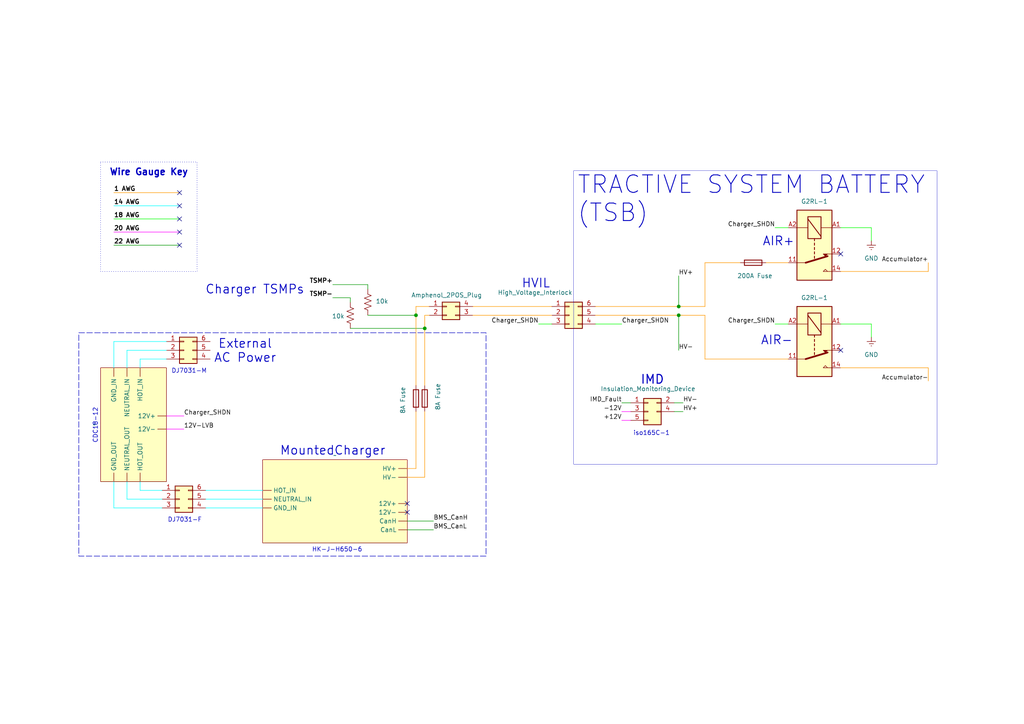
<source format=kicad_sch>
(kicad_sch (version 20250114) (generator "eeschema") (generator_version "9.0")
  (paper "A4")
  (lib_symbols
    (symbol "Connector_Generic:Conn_02x02_Counter_Clockwise" (pin_names (offset 1.016) (hide yes))
      (property "Reference" "J" (at 1.27 2.54 0))
      (property "Value" "Conn_02x02_Counter_Clockwise" (at 1.27 -5.08 0))
      (symbol "Conn_02x02_Counter_Clockwise_1_1"
        (rectangle (start -1.27 1.27) (end 3.81 -3.81) (stroke (width 0.254)) (fill (type background)))
        (rectangle (start -1.27 0.127) (end 0 -0.127) (stroke (width 0.1524)))
        (rectangle (start -1.27 -2.413) (end 0 -2.667) (stroke (width 0.1524)))
        (rectangle (start 3.81 0.127) (end 2.54 -0.127) (stroke (width 0.1524)))
        (rectangle (start 3.81 -2.413) (end 2.54 -2.667) (stroke (width 0.1524)))
        (pin passive line (at -5.08 0 0) (length 3.81) (name "Pin_1") (number "1"))
        (pin passive line (at -5.08 -2.54 0) (length 3.81) (name "Pin_2") (number "2"))
        (pin passive line (at 7.62 0 180) (length 3.81) (name "Pin_4") (number "4"))
        (pin passive line (at 7.62 -2.54 180) (length 3.81) (name "Pin_3") (number "3"))
      )
    )
    (symbol "Connector_Generic:Conn_02x03_Counter_Clockwise" (pin_names (offset 1.016) (hide yes))
      (property "Reference" "J" (at 1.27 5.08 0))
      (property "Value" "Conn_02x03_Counter_Clockwise" (at 1.27 -5.08 0))
      (symbol "Conn_02x03_Counter_Clockwise_1_1"
        (rectangle (start -1.27 3.81) (end 3.81 -3.81) (stroke (width 0.254)) (fill (type background)))
        (rectangle (start -1.27 2.667) (end 0 2.413) (stroke (width 0.1524)))
        (rectangle (start -1.27 0.127) (end 0 -0.127) (stroke (width 0.1524)))
        (rectangle (start -1.27 -2.413) (end 0 -2.667) (stroke (width 0.1524)))
        (rectangle (start 3.81 2.667) (end 2.54 2.413) (stroke (width 0.1524)))
        (rectangle (start 3.81 0.127) (end 2.54 -0.127) (stroke (width 0.1524)))
        (rectangle (start 3.81 -2.413) (end 2.54 -2.667) (stroke (width 0.1524)))
        (pin passive line (at -5.08 2.54 0) (length 3.81) (name "Pin_1") (number "1"))
        (pin passive line (at -5.08 0 0) (length 3.81) (name "Pin_2") (number "2"))
        (pin passive line (at -5.08 -2.54 0) (length 3.81) (name "Pin_3") (number "3"))
        (pin passive line (at 7.62 2.54 180) (length 3.81) (name "Pin_6") (number "6"))
        (pin passive line (at 7.62 0 180) (length 3.81) (name "Pin_5") (number "5"))
        (pin passive line (at 7.62 -2.54 180) (length 3.81) (name "Pin_4") (number "4"))
      )
    )
    (symbol "Connector_Generic:Conn_2Rows-05Pins" (pin_names (offset 1.016) (hide yes))
      (property "Reference" "J" (at 1.27 5.08 0))
      (property "Value" "Conn_2Rows-05Pins" (at 1.27 -5.08 0))
      (symbol "Conn_2Rows-05Pins_1_1"
        (rectangle (start -1.27 3.81) (end 3.81 -3.81) (stroke (width 0.254)) (fill (type background)))
        (rectangle (start -1.27 2.667) (end 0 2.413) (stroke (width 0.1524)))
        (rectangle (start -1.27 0.127) (end 0 -0.127) (stroke (width 0.1524)))
        (rectangle (start -1.27 -2.413) (end 0 -2.667) (stroke (width 0.1524)))
        (rectangle (start 3.81 2.667) (end 2.54 2.413) (stroke (width 0.1524)))
        (rectangle (start 3.81 0.127) (end 2.54 -0.127) (stroke (width 0.1524)))
        (pin passive line (at -5.08 2.54 0) (length 3.81) (name "Pin_1") (number "1"))
        (pin passive line (at -5.08 0 0) (length 3.81) (name "Pin_3") (number "3"))
        (pin passive line (at -5.08 -2.54 0) (length 3.81) (name "Pin_5") (number "5"))
        (pin passive line (at 7.62 2.54 180) (length 3.81) (name "Pin_2") (number "2"))
        (pin passive line (at 7.62 0 180) (length 3.81) (name "Pin_4") (number "4"))
      )
    )
    (symbol "Device:Fuse" (pin_numbers (hide yes)) (pin_names (offset 0))
      (property "Reference" "F" (at 2.032 0 90))
      (property "Value" "Fuse" (at -1.905 0 90))
      (symbol "Fuse_0_1"
        (rectangle (start -0.762 -2.54) (end 0.762 2.54) (stroke (width 0.254)))
        (polyline (pts (xy 0 2.54) (xy 0 -2.54)))
      )
      (symbol "Fuse_1_1"
        (pin passive line (at 0 3.81 270) (length 1.27) (name "~") (number "1"))
        (pin passive line (at 0 -3.81 90) (length 1.27) (name "~") (number "2"))
      )
    )
    (symbol "Device:R_US" (pin_numbers (hide yes)) (pin_names (offset 0))
      (property "Reference" "R" (at 2.54 0 90))
      (property "Value" "R_US" (at -2.54 0 90))
      (symbol "R_US_0_1"
        (polyline (pts (xy 0 2.286) (xy 0 2.54)))
        (polyline (pts (xy 0 2.286) (xy 1.016 1.905) (xy 0 1.524) (xy -1.016 1.143) (xy 0 0.762)))
        (polyline (pts (xy 0 0.762) (xy 1.016 0.381) (xy 0 0) (xy -1.016 -0.381) (xy 0 -0.762)))
        (polyline (pts (xy 0 -0.762) (xy 1.016 -1.143) (xy 0 -1.524) (xy -1.016 -1.905) (xy 0 -2.286)))
        (polyline (pts (xy 0 -2.286) (xy 0 -2.54)))
      )
      (symbol "R_US_1_1"
        (pin passive line (at 0 3.81 270) (length 1.27) (name "~") (number "1"))
        (pin passive line (at 0 -3.81 90) (length 1.27) (name "~") (number "2"))
      )
    )
    (symbol "New_Library:CDC18-12"
      (symbol "CDC18-12_1_1"
        (rectangle (start -16.51 13.97) (end 16.51 -5.08) (fill (type color) (color 255 255 194 1)))
        (pin input line (at -16.51 6.35 0) (length 2.54) (name "HOT_IN") (number ""))
        (pin input line (at -16.51 2.54 0) (length 2.54) (name "NEUTRAL_IN") (number ""))
        (pin input line (at -16.51 -1.27 0) (length 2.54) (name "GND_IN") (number ""))
        (pin input line (at -2.54 13.97 270) (length 2.54) (name "12V+") (number ""))
        (pin output line (at 1.27 13.97 270) (length 2.54) (name "12V-") (number ""))
        (pin output line (at 16.51 6.35 180) (length 2.54) (name "HOT_OUT") (number ""))
        (pin output line (at 16.51 2.54 180) (length 2.54) (name "NEUTRAL_OUT") (number ""))
        (pin output line (at 16.51 -1.27 180) (length 2.54) (name "GND_OUT") (number ""))
      )
    )
    (symbol "New_Library:ElCon_Charger"
      (symbol "ElCon_Charger_1_1"
        (rectangle (start -10.16 0) (end 31.75 -24.13) (fill (type color) (color 255 255 194 1)))
        (pin input line (at -10.16 -8.89 0) (length 2.54) (name "HOT_IN") (number ""))
        (pin input line (at -10.16 -11.43 0) (length 2.54) (name "NEUTRAL_IN") (number ""))
        (pin input line (at -10.16 -13.97 0) (length 2.54) (name "GND_IN") (number ""))
        (pin output line (at 31.75 -2.54 180) (length 2.54) (name "HV+") (number ""))
        (pin output line (at 31.75 -5.08 180) (length 2.54) (name "HV-") (number ""))
        (pin output line (at 31.75 -12.7 180) (length 2.54) (name "12V+") (number ""))
        (pin output line (at 31.75 -15.24 180) (length 2.54) (name "12V-") (number ""))
        (pin output line (at 31.75 -17.78 180) (length 2.54) (name "CanH") (number ""))
        (pin output line (at 31.75 -20.32 180) (length 2.54) (name "CanL") (number ""))
      )
    )
    (symbol "Relay:G2RL-1"
      (property "Reference" "K" (at 11.43 3.81 0))
      (property "Value" "G2RL-1" (at 11.43 1.27 0))
      (symbol "G2RL-1_0_0"
        (polyline (pts (xy 7.62 5.08) (xy 7.62 2.54) (xy 6.985 3.175) (xy 7.62 3.81)))
      )
      (symbol "G2RL-1_0_1"
        (rectangle (start -10.16 5.08) (end 10.16 -5.08) (stroke (width 0.254)) (fill (type background)))
        (rectangle (start -8.255 1.905) (end -1.905 -1.905) (stroke (width 0.254)))
        (polyline (pts (xy -7.62 -1.905) (xy -2.54 1.905)) (stroke (width 0.254)))
        (polyline (pts (xy -5.08 5.08) (xy -5.08 1.905)))
        (polyline (pts (xy -5.08 -5.08) (xy -5.08 -1.905)))
        (polyline (pts (xy -1.905 0) (xy -1.27 0)) (stroke (width 0.254)))
        (polyline (pts (xy -0.635 0) (xy 0 0)) (stroke (width 0.254)))
        (polyline (pts (xy 0.635 0) (xy 1.27 0)) (stroke (width 0.254)))
        (polyline (pts (xy 1.905 0) (xy 2.54 0)) (stroke (width 0.254)))
        (polyline (pts (xy 2.54 5.08) (xy 2.54 2.54) (xy 3.175 3.175) (xy 2.54 3.81)) (fill (type outline)))
        (polyline (pts (xy 3.175 0) (xy 3.81 0)) (stroke (width 0.254)))
        (polyline (pts (xy 5.08 -2.54) (xy 3.175 3.81)) (stroke (width 0.508)))
        (polyline (pts (xy 5.08 -2.54) (xy 5.08 -5.08)))
      )
      (symbol "G2RL-1_1_1"
        (pin passive line (at -5.08 7.62 270) (length 2.54) (name "~") (number "A1"))
        (pin passive line (at -5.08 -7.62 90) (length 2.54) (name "~") (number "A2"))
        (pin passive line (at 2.54 7.62 270) (length 2.54) (name "~") (number "12"))
        (pin passive line (at 5.08 -7.62 90) (length 2.54) (name "~") (number "11"))
        (pin passive line (at 7.62 7.62 270) (length 2.54) (name "~") (number "14"))
      )
    )
    (symbol "power:GNDREF" (power) (pin_numbers (hide yes)) (pin_names (offset 0) (hide yes))
      (property "Value" "GNDREF" (at 0 -3.81 0))
      (symbol "GNDREF_0_1"
        (polyline (pts (xy -0.635 -1.905) (xy 0.635 -1.905)))
        (polyline (pts (xy -0.127 -2.54) (xy 0.127 -2.54)))
        (polyline (pts (xy 0 -1.27) (xy 0 0)))
        (polyline (pts (xy 1.27 -1.27) (xy -1.27 -1.27)))
      )
      (symbol "GNDREF_1_1"
        (pin power_in line (at 0 0 270) (length 0) (name "~") (number "1"))
      )
    )
  )
  (rectangle (start 22.86 96.52) (end 140.97 161.29) (stroke (width 0) (type dash)))
  (text "CDC18-12" (at 27.686 123.444 90) (effects (font (size 1.27 1.27))))
  (text "Wire Gauge Key" (at 43.18 50.038 0) (effects (font (size 1.905 1.905) (thickness 0.381) (bold yes))))
  (text "iso165C-1" (at 188.976 125.73 0) (effects (font (size 1.27 1.27))))
  (text "AIR-" (at 225.298 98.806 0) (effects (font (size 2.54 2.54) (thickness 0.254) (bold yes))))
  (text "AIR+" (at 225.806 70.104 0) (effects (font (size 2.54 2.54) (thickness 0.254) (bold yes))))
  (text "DJ7031-M" (at 54.864 107.696 0) (effects (font (size 1.27 1.27))))
  (text "DJ7031-F" (at 53.594 150.876 0) (effects (font (size 1.27 1.27))))
  (text "MountedCharger" (at 96.52 130.81 0) (effects (font (size 2.54 2.54) (thickness 0.254) (bold yes))))
  (text "HVIL" (at 155.448 82.296 0) (effects (font (size 2.54 2.54) (thickness 0.254) (bold yes))))
  (text "Charger TSMPs" (at 73.914 84.074 0) (effects (font (size 2.54 2.54) (thickness 0.254) (bold yes))))
  (text "External\nAC Power" (at 71.12 101.854 0) (effects (font (size 2.54 2.54) (thickness 0.254) (bold yes))))
  (text "IMD" (at 189.23 110.236 0) (effects (font (size 2.54 2.54) (thickness 0.3175))))
  (text "HK-J-H650-6" (at 97.79 159.512 0) (effects (font (size 1.27 1.27))))
  (text_box "" (at 29.21 46.99 0) (size 27.94 31.75) (margins 0.9525 0.9525 0.9525 0.9525) (stroke (width 0) (type dot)) (fill (type color) (color 255 255 255 1)) (effects (font (size 1.27 1.27) (thickness 0.254) (bold yes)) (justify left top)))
  (text_box "TRACTIVE SYSTEM BATTERY (TSB)" (at 166.37 49.53 0) (size 105.41 85.09) (margins 0.9525 0.9525 0.9525 0.9525) (stroke (width 0.0508)) (fill (type color) (color 255 255 255 1)) (effects (font (size 5.08 5.08) (thickness 0.254) (bold yes)) (justify left top)))
  (junction (at 120.65 91.44))
  (junction (at 196.85 91.44))
  (junction (at 123.19 95.25))
  (junction (at 196.85 88.9))
  (no_connect (at 52.07 71.12))
  (no_connect (at 243.84 101.6))
  (no_connect (at 52.07 67.31))
  (no_connect (at 118.11 148.59))
  (no_connect (at 118.11 146.05))
  (no_connect (at 52.07 55.88))
  (no_connect (at 243.84 73.66))
  (no_connect (at 52.07 63.5))
  (no_connect (at 52.07 59.69))
  (wire (pts (xy 33.02 67.31) (xy 52.07 67.31)) (stroke (width 0) (color 255 0 255 1)))
  (wire (pts (xy 160.02 91.44) (xy 137.16 91.44)) (stroke (width 0) (color 255 153 0 1)))
  (wire (pts (xy 224.79 93.98) (xy 228.6 93.98)) (stroke (width 0) (color 0 255 0 1)))
  (wire (pts (xy 204.47 88.9) (xy 204.47 76.2)) (stroke (width 0) (color 255 153 0 1)))
  (wire (pts (xy 269.24 78.74) (xy 269.24 76.2)) (stroke (width 0) (color 255 153 0 1)))
  (wire (pts (xy 40.64 104.14) (xy 48.26 104.14)) (stroke (width 0) (color 0 255 255 1)))
  (wire (pts (xy 33.02 147.32) (xy 46.99 147.32)) (stroke (width 0) (color 0 255 255 1)))
  (wire (pts (xy 172.72 88.9) (xy 196.85 88.9)) (stroke (width 0) (color 255 153 0 1)))
  (wire (pts (xy 40.64 106.68) (xy 40.64 104.14)) (stroke (width 0) (color 0 255 255 1)))
  (wire (pts (xy 33.02 71.12) (xy 52.07 71.12)))
  (wire (pts (xy 118.11 138.43) (xy 123.19 138.43)) (stroke (width 0) (color 255 153 0 1)))
  (wire (pts (xy 33.02 106.68) (xy 33.02 99.06)) (stroke (width 0) (color 0 255 255 1)))
  (wire (pts (xy 172.72 91.44) (xy 196.85 91.44)) (stroke (width 0) (color 255 153 0 1)))
  (wire (pts (xy 224.79 66.04) (xy 228.6 66.04)) (stroke (width 0) (color 0 255 0 1)))
  (wire (pts (xy 96.52 82.55) (xy 106.68 82.55)))
  (wire (pts (xy 118.11 151.13) (xy 125.73 151.13)))
  (wire (pts (xy 36.83 144.78) (xy 46.99 144.78)) (stroke (width 0) (color 0 255 255 1)))
  (wire (pts (xy 182.88 121.92) (xy 180.34 121.92)) (stroke (width 0) (color 255 0 255 1)))
  (wire (pts (xy 36.83 144.78) (xy 36.83 139.7)) (stroke (width 0) (color 0 255 255 1)))
  (wire (pts (xy 48.26 120.65) (xy 53.34 120.65)) (stroke (width 0) (color 255 0 255 1)))
  (wire (pts (xy 33.02 63.5) (xy 52.07 63.5)) (stroke (width 0) (color 0 255 0 1)))
  (wire (pts (xy 118.11 135.89) (xy 120.65 135.89)) (stroke (width 0) (color 255 153 0 1)))
  (wire (pts (xy 160.02 88.9) (xy 137.16 88.9)) (stroke (width 0) (color 255 153 0 1)))
  (wire (pts (xy 252.73 93.98) (xy 252.73 97.79)) (stroke (width 0) (color 0 255 0 1)))
  (wire (pts (xy 198.12 116.84) (xy 195.58 116.84)))
  (wire (pts (xy 36.83 106.68) (xy 36.83 101.6)) (stroke (width 0) (color 0 255 255 1)))
  (wire (pts (xy 120.65 88.9) (xy 124.46 88.9)) (stroke (width 0) (color 255 153 0 1)))
  (wire (pts (xy 120.65 119.38) (xy 120.65 135.89)) (stroke (width 0) (color 255 153 0 1)))
  (wire (pts (xy 123.19 119.38) (xy 123.19 138.43)) (stroke (width 0) (color 255 153 0 1)))
  (wire (pts (xy 182.88 116.84) (xy 180.34 116.84)))
  (wire (pts (xy 59.69 147.32) (xy 76.2 147.32)) (stroke (width 0) (color 0 255 255 1)))
  (wire (pts (xy 243.84 78.74) (xy 269.24 78.74)) (stroke (width 0) (color 255 153 0 1)))
  (wire (pts (xy 101.6 95.25) (xy 123.19 95.25)))
  (wire (pts (xy 172.72 93.98) (xy 180.34 93.98)) (stroke (width 0) (color 0 255 0 1)))
  (wire (pts (xy 196.85 88.9) (xy 204.47 88.9)) (stroke (width 0) (color 255 153 0 1)))
  (wire (pts (xy 243.84 93.98) (xy 252.73 93.98)) (stroke (width 0) (color 0 255 0 1)))
  (wire (pts (xy 48.26 124.46) (xy 53.34 124.46)) (stroke (width 0) (color 255 0 255 1)))
  (wire (pts (xy 123.19 95.25) (xy 123.19 111.76)) (stroke (width 0) (color 255 153 0 1)))
  (wire (pts (xy 106.68 91.44) (xy 120.65 91.44)))
  (wire (pts (xy 156.21 93.98) (xy 160.02 93.98)) (stroke (width 0) (color 0 255 0 1)))
  (wire (pts (xy 222.25 76.2) (xy 228.6 76.2)) (stroke (width 0) (color 255 153 0 1)))
  (wire (pts (xy 196.85 91.44) (xy 204.47 91.44)) (stroke (width 0) (color 255 153 0 1)))
  (wire (pts (xy 106.68 82.55) (xy 106.68 83.82)))
  (wire (pts (xy 198.12 119.38) (xy 195.58 119.38)))
  (wire (pts (xy 204.47 104.14) (xy 228.6 104.14)) (stroke (width 0) (color 255 153 0 1)))
  (wire (pts (xy 59.69 142.24) (xy 76.2 142.24)) (stroke (width 0) (color 0 255 255 1)))
  (wire (pts (xy 252.73 66.04) (xy 252.73 69.85)) (stroke (width 0) (color 0 255 0 1)))
  (wire (pts (xy 123.19 91.44) (xy 123.19 95.25)) (stroke (width 0) (color 255 153 0 1)))
  (wire (pts (xy 120.65 88.9) (xy 120.65 91.44)) (stroke (width 0) (color 255 153 0 1)))
  (wire (pts (xy 101.6 86.36) (xy 101.6 87.63)))
  (wire (pts (xy 204.47 76.2) (xy 214.63 76.2)) (stroke (width 0) (color 255 153 0 1)))
  (wire (pts (xy 182.88 119.38) (xy 180.34 119.38)) (stroke (width 0) (color 255 0 255 1)))
  (wire (pts (xy 269.24 110.49) (xy 269.24 106.68)) (stroke (width 0) (color 255 153 0 1)))
  (wire (pts (xy 33.02 99.06) (xy 48.26 99.06)) (stroke (width 0) (color 0 255 255 1)))
  (wire (pts (xy 33.02 147.32) (xy 33.02 139.7)) (stroke (width 0) (color 0 255 255 1)))
  (wire (pts (xy 243.84 66.04) (xy 252.73 66.04)) (stroke (width 0) (color 0 255 0 1)))
  (wire (pts (xy 96.52 86.36) (xy 101.6 86.36)))
  (wire (pts (xy 33.02 59.69) (xy 52.07 59.69)) (stroke (width 0) (color 0 255 255 1)))
  (wire (pts (xy 196.85 80.01) (xy 196.85 88.9)))
  (wire (pts (xy 269.24 106.68) (xy 243.84 106.68)) (stroke (width 0) (color 255 153 0 1)))
  (wire (pts (xy 40.64 139.7) (xy 40.64 142.24)) (stroke (width 0) (color 0 255 255 1)))
  (wire (pts (xy 120.65 91.44) (xy 120.65 111.76)) (stroke (width 0) (color 255 153 0 1)))
  (wire (pts (xy 118.11 153.67) (xy 125.73 153.67)))
  (wire (pts (xy 40.64 142.24) (xy 46.99 142.24)) (stroke (width 0) (color 0 255 255 1)))
  (wire (pts (xy 196.85 91.44) (xy 196.85 101.6)))
  (wire (pts (xy 33.02 55.88) (xy 52.07 55.88)) (stroke (width 0) (color 255 153 0 1)))
  (wire (pts (xy 204.47 91.44) (xy 204.47 104.14)) (stroke (width 0) (color 255 153 0 1)))
  (wire (pts (xy 36.83 101.6) (xy 48.26 101.6)) (stroke (width 0) (color 0 255 255 1)))
  (wire (pts (xy 59.69 144.78) (xy 76.2 144.78)) (stroke (width 0) (color 0 255 255 1)))
  (wire (pts (xy 123.19 91.44) (xy 124.46 91.44)) (stroke (width 0) (color 255 153 0 1)))
  (label "BMS_CanH" (at 125.73 151.13 0) (effects (font (thickness 0.1588))))
  (label "HV-" (at 198.12 116.84 0) (effects (font (thickness 0.1588))))
  (label "22 AWG" (at 33.02 71.12 0) (effects (font (thickness 0.254) (bold yes))))
  (label "TSMP-" (at 96.52 86.36 180) (effects (font (thickness 0.254) (bold yes))))
  (label "Accumulator+" (at 269.24 76.2 180))
  (label "IMD_Fault" (at 180.34 116.84 180))
  (label "HV-" (at 196.85 101.6 0) (effects (font (thickness 0.1588))))
  (label "Charger_SHDN" (at 224.79 66.04 180) (effects (font (thickness 0.1588))))
  (label "18 AWG" (at 33.02 63.5 0) (effects (font (thickness 0.254) (bold yes))))
  (label "-12V" (at 180.34 119.38 180))
  (label "14 AWG" (at 33.02 59.69 0) (effects (font (thickness 0.254) (bold yes))))
  (label "TSMP+" (at 96.52 82.55 180) (effects (font (thickness 0.254) (bold yes))))
  (label "HV+" (at 198.12 119.38 0) (effects (font (thickness 0.1588))))
  (label "BMS_CanL" (at 125.73 153.67 0) (effects (font (thickness 0.1588))))
  (label "HV+" (at 196.85 80.01 0) (effects (font (thickness 0.1588))))
  (label "Charger_SHDN" (at 224.79 93.98 180) (effects (font (thickness 0.1588))))
  (label "12V-LVB" (at 53.34 124.46 0))
  (label "Charger_SHDN" (at 180.34 93.98 0) (effects (font (thickness 0.1588))))
  (label "Charger_SHDN" (at 53.34 120.65 0))
  (label "Charger_SHDN" (at 156.21 93.98 180) (effects (font (thickness 0.1588))))
  (label "1 AWG" (at 33.02 55.88 0) (effects (font (thickness 0.254) (bold yes))))
  (label "Accumulator-" (at 269.24 110.49 180))
  (label "20 AWG" (at 33.02 67.31 0) (effects (font (thickness 0.254) (bold yes))))
  (label "+12V" (at 180.34 121.92 180))
  (symbol (lib_id "Device:Fuse") (at 123.19 115.57 180) (unit 1)
    (property "Reference" "F3" (effects (hide yes)))
    (property "Value" "8A Fuse" (at 127 115.062 90))
    (property "Description" "Fuse" (effects (hide yes)))
  )
  (symbol (lib_id "Connector_Generic:Conn_02x03_Counter_Clockwise") (at 165.1 91.44 0) (unit 1)
    (property "Reference" "High_Voltage_Interlock" (at 155.194 84.836 0))
    (property "Value" "Conn_02x03_Counter_Clockwise" (effects (hide yes)))
    (property "Description" "Generic connector, double row, 02x03, counter clockwise pin numbering scheme (similar to DIP package numbering), script generated (kicad-library-utils/schlib/autogen/connector/)" (effects (hide yes)))
  )
  (symbol (lib_id "Relay:G2RL-1") (at 236.22 99.06 270) (unit 1)
    (property "Reference" "K2" (effects (hide yes)))
    (property "Value" "G2RL-1" (at 236.22 86.36 90))
    (property "Footprint" "Relay_THT:Relay_SPDT_Omron_G2RL-1" (effects (hide yes)))
    (property "Datasheet" "https://omronfs.omron.com/en_US/ecb/products/pdf/en-g2rl.pdf" (effects (hide yes)))
    (property "Description" "General Purpose Low Profile Relay SPDT Through Hole, Omron G2RL series, 12A 250VAC" (effects (hide yes)))
  )
  (symbol (lib_id "Connector_Generic:Conn_02x03_Counter_Clockwise") (at 53.34 101.6 0) (unit 1)
    (property "Reference" "J3" (effects (hide yes)))
    (property "Value" "Conn_02x03_Counter_Clockwise" (effects (hide yes)))
    (property "Description" "Generic connector, double row, 02x03, counter clockwise pin numbering scheme (similar to DIP package numbering), script generated (kicad-library-utils/schlib/autogen/connector/)" (effects (hide yes)))
  )
  (symbol (lib_id "Connector_Generic:Conn_2Rows-05Pins") (at 187.96 119.38 0) (unit 1)
    (property "Reference" "J1" (effects (hide yes)))
    (property "Value" "Insulation_Monitoring_Device" (at 187.96 112.776 0))
    (property "Description" "Generic connector, double row, 05 pins, odd/even pin numbering scheme (row 1 odd numbers, row 2 even numbers), script generated (kicad-library-utils/schlib/autogen/connector/)" (effects (hide yes)))
  )
  (symbol (lib_id "Device:R_US") (at 106.68 87.63 0) (unit 1)
    (property "Reference" "10k" (at 108.966 87.376 0) (effects (justify left)))
    (property "Value" "R_US" (effects (hide yes)))
    (property "Description" "Resistor, US symbol" (effects (hide yes)))
  )
  (symbol (lib_id "New_Library:ElCon_Charger") (at 86.36 133.35 0) (unit 1)
    (property "Reference" "U1" (effects (hide yes)))
    (property "Value" "~" (at 97.155 132.08 0))
  )
  (symbol (lib_id "Device:R_US") (at 101.6 91.44 0) (unit 1)
    (property "Reference" "10k" (at 96.266 91.694 0) (effects (justify left)))
    (property "Value" "R_US" (effects (hide yes)))
    (property "Description" "Resistor, US symbol" (effects (hide yes)))
  )
  (symbol (lib_id "Device:Fuse") (at 120.65 115.57 0) (unit 1)
    (property "Reference" "F2" (effects (hide yes)))
    (property "Value" "8A Fuse" (at 116.84 116.078 90))
    (property "Description" "Fuse" (effects (hide yes)))
  )
  (symbol (lib_id "Device:Fuse") (at 218.44 76.2 90) (unit 1)
    (property "Reference" "F1" (effects (hide yes)))
    (property "Value" "200A Fuse" (at 218.948 80.01 90))
    (property "Description" "Fuse" (effects (hide yes)))
  )
  (symbol (lib_id "power:GNDREF") (at 252.73 69.85 0) (unit 1)
    (property "Reference" "#PWR02" (effects (hide yes)))
    (property "Value" "GND" (at 252.73 74.93 0))
    (property "Description" "Power symbol creates a global label with name \"GNDREF\" , reference supply ground" (effects (hide yes)))
  )
  (symbol (lib_id "New_Library:CDC18-12") (at 34.29 123.19 270) (unit 1)
    (property "Reference" "U2" (effects (hide yes)))
    (property "Value" "~" (at 27.94 123.19 90) (effects (justify right)))
  )
  (symbol (lib_id "Connector_Generic:Conn_02x02_Counter_Clockwise") (at 129.54 88.9 0) (unit 1)
    (property "Reference" "Amphenol_2POS_Plug" (at 129.54 85.598 0))
    (property "Value" "Conn_02x02_Counter_Clockwise" (effects (hide yes)))
    (property "Description" "Generic connector, double row, 02x02, counter clockwise pin numbering scheme (similar to DIP package numbering), script generated (kicad-library-utils/schlib/autogen/connector/)" (effects (hide yes)))
  )
  (symbol (lib_id "Relay:G2RL-1") (at 236.22 71.12 270) (unit 1)
    (property "Reference" "K1" (effects (hide yes)))
    (property "Value" "G2RL-1" (at 236.22 58.42 90))
    (property "Footprint" "Relay_THT:Relay_SPDT_Omron_G2RL-1" (effects (hide yes)))
    (property "Datasheet" "https://omronfs.omron.com/en_US/ecb/products/pdf/en-g2rl.pdf" (effects (hide yes)))
    (property "Description" "General Purpose Low Profile Relay SPDT Through Hole, Omron G2RL series, 12A 250VAC" (effects (hide yes)))
  )
  (symbol (lib_id "Connector_Generic:Conn_02x03_Counter_Clockwise") (at 52.07 144.78 0) (unit 1)
    (property "Reference" "J2" (effects (hide yes)))
    (property "Value" "Conn_02x03_Counter_Clockwise" (effects (hide yes)))
    (property "Description" "Generic connector, double row, 02x03, counter clockwise pin numbering scheme (similar to DIP package numbering), script generated (kicad-library-utils/schlib/autogen/connector/)" (effects (hide yes)))
  )
  (symbol (lib_id "power:GNDREF") (at 252.73 97.79 0) (unit 1)
    (property "Reference" "#PWR01" (effects (hide yes)))
    (property "Value" "GND" (at 252.73 102.87 0))
    (property "Description" "Power symbol creates a global label with name \"GNDREF\" , reference supply ground" (effects (hide yes)))
  )
)
</source>
